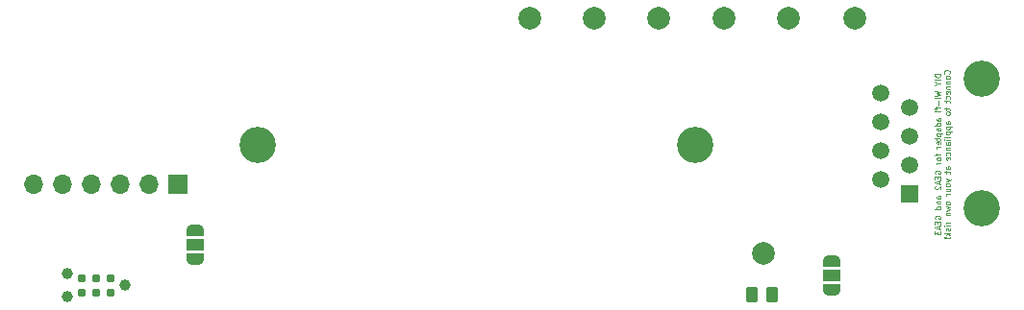
<source format=gbr>
%TF.GenerationSoftware,KiCad,Pcbnew,9.0.6*%
%TF.CreationDate,2026-02-07T10:01:58-05:00*%
%TF.ProjectId,OnionStraws,4f6e696f-6e53-4747-9261-77732e6b6963,rev?*%
%TF.SameCoordinates,Original*%
%TF.FileFunction,Soldermask,Bot*%
%TF.FilePolarity,Negative*%
%FSLAX46Y46*%
G04 Gerber Fmt 4.6, Leading zero omitted, Abs format (unit mm)*
G04 Created by KiCad (PCBNEW 9.0.6) date 2026-02-07 10:01:58*
%MOMM*%
%LPD*%
G01*
G04 APERTURE LIST*
G04 Aperture macros list*
%AMRoundRect*
0 Rectangle with rounded corners*
0 $1 Rounding radius*
0 $2 $3 $4 $5 $6 $7 $8 $9 X,Y pos of 4 corners*
0 Add a 4 corners polygon primitive as box body*
4,1,4,$2,$3,$4,$5,$6,$7,$8,$9,$2,$3,0*
0 Add four circle primitives for the rounded corners*
1,1,$1+$1,$2,$3*
1,1,$1+$1,$4,$5*
1,1,$1+$1,$6,$7*
1,1,$1+$1,$8,$9*
0 Add four rect primitives between the rounded corners*
20,1,$1+$1,$2,$3,$4,$5,0*
20,1,$1+$1,$4,$5,$6,$7,0*
20,1,$1+$1,$6,$7,$8,$9,0*
20,1,$1+$1,$8,$9,$2,$3,0*%
%AMFreePoly0*
4,1,23,0.550000,-0.750000,0.000000,-0.750000,0.000000,-0.745722,-0.065263,-0.745722,-0.191342,-0.711940,-0.304381,-0.646677,-0.396677,-0.554381,-0.461940,-0.441342,-0.495722,-0.315263,-0.495722,-0.250000,-0.500000,-0.250000,-0.500000,0.250000,-0.495722,0.250000,-0.495722,0.315263,-0.461940,0.441342,-0.396677,0.554381,-0.304381,0.646677,-0.191342,0.711940,-0.065263,0.745722,0.000000,0.745722,
0.000000,0.750000,0.550000,0.750000,0.550000,-0.750000,0.550000,-0.750000,$1*%
%AMFreePoly1*
4,1,23,0.000000,0.745722,0.065263,0.745722,0.191342,0.711940,0.304381,0.646677,0.396677,0.554381,0.461940,0.441342,0.495722,0.315263,0.495722,0.250000,0.500000,0.250000,0.500000,-0.250000,0.495722,-0.250000,0.495722,-0.315263,0.461940,-0.441342,0.396677,-0.554381,0.304381,-0.646677,0.191342,-0.711940,0.065263,-0.745722,0.000000,-0.745722,0.000000,-0.750000,-0.550000,-0.750000,
-0.550000,0.750000,0.000000,0.750000,0.000000,0.745722,0.000000,0.745722,$1*%
G04 Aperture macros list end*
%ADD10C,0.100000*%
%ADD11C,3.200000*%
%ADD12R,1.500000X1.500000*%
%ADD13C,1.500000*%
%ADD14C,2.000000*%
%ADD15RoundRect,0.250000X-0.262500X-0.450000X0.262500X-0.450000X0.262500X0.450000X-0.262500X0.450000X0*%
%ADD16C,0.990600*%
%ADD17C,0.787400*%
%ADD18FreePoly0,270.000000*%
%ADD19R,1.500000X1.000000*%
%ADD20FreePoly1,270.000000*%
%ADD21R,1.700000X1.700000*%
%ADD22O,1.700000X1.700000*%
G04 APERTURE END LIST*
D10*
X125128637Y-88740478D02*
X124628637Y-88740478D01*
X124628637Y-88740478D02*
X124628637Y-88859526D01*
X124628637Y-88859526D02*
X124652447Y-88930954D01*
X124652447Y-88930954D02*
X124700066Y-88978573D01*
X124700066Y-88978573D02*
X124747685Y-89002383D01*
X124747685Y-89002383D02*
X124842923Y-89026192D01*
X124842923Y-89026192D02*
X124914351Y-89026192D01*
X124914351Y-89026192D02*
X125009589Y-89002383D01*
X125009589Y-89002383D02*
X125057208Y-88978573D01*
X125057208Y-88978573D02*
X125104828Y-88930954D01*
X125104828Y-88930954D02*
X125128637Y-88859526D01*
X125128637Y-88859526D02*
X125128637Y-88740478D01*
X125128637Y-89240478D02*
X124628637Y-89240478D01*
X124890542Y-89573811D02*
X125128637Y-89573811D01*
X124628637Y-89407145D02*
X124890542Y-89573811D01*
X124890542Y-89573811D02*
X124628637Y-89740478D01*
X124628637Y-90240477D02*
X125128637Y-90359525D01*
X125128637Y-90359525D02*
X124771494Y-90454763D01*
X124771494Y-90454763D02*
X125128637Y-90550001D01*
X125128637Y-90550001D02*
X124628637Y-90669049D01*
X125128637Y-90859525D02*
X124795304Y-90859525D01*
X124628637Y-90859525D02*
X124652447Y-90835716D01*
X124652447Y-90835716D02*
X124676256Y-90859525D01*
X124676256Y-90859525D02*
X124652447Y-90883335D01*
X124652447Y-90883335D02*
X124628637Y-90859525D01*
X124628637Y-90859525D02*
X124676256Y-90859525D01*
X124938161Y-91097620D02*
X124938161Y-91478573D01*
X124795304Y-91645240D02*
X124795304Y-91835716D01*
X125128637Y-91716668D02*
X124700066Y-91716668D01*
X124700066Y-91716668D02*
X124652447Y-91740478D01*
X124652447Y-91740478D02*
X124628637Y-91788097D01*
X124628637Y-91788097D02*
X124628637Y-91835716D01*
X125128637Y-92002382D02*
X124795304Y-92002382D01*
X124628637Y-92002382D02*
X124652447Y-91978573D01*
X124652447Y-91978573D02*
X124676256Y-92002382D01*
X124676256Y-92002382D02*
X124652447Y-92026192D01*
X124652447Y-92026192D02*
X124628637Y-92002382D01*
X124628637Y-92002382D02*
X124676256Y-92002382D01*
X125128637Y-92835715D02*
X124866732Y-92835715D01*
X124866732Y-92835715D02*
X124819113Y-92811905D01*
X124819113Y-92811905D02*
X124795304Y-92764286D01*
X124795304Y-92764286D02*
X124795304Y-92669048D01*
X124795304Y-92669048D02*
X124819113Y-92621429D01*
X125104828Y-92835715D02*
X125128637Y-92788096D01*
X125128637Y-92788096D02*
X125128637Y-92669048D01*
X125128637Y-92669048D02*
X125104828Y-92621429D01*
X125104828Y-92621429D02*
X125057208Y-92597620D01*
X125057208Y-92597620D02*
X125009589Y-92597620D01*
X125009589Y-92597620D02*
X124961970Y-92621429D01*
X124961970Y-92621429D02*
X124938161Y-92669048D01*
X124938161Y-92669048D02*
X124938161Y-92788096D01*
X124938161Y-92788096D02*
X124914351Y-92835715D01*
X125128637Y-93288096D02*
X124628637Y-93288096D01*
X125104828Y-93288096D02*
X125128637Y-93240477D01*
X125128637Y-93240477D02*
X125128637Y-93145239D01*
X125128637Y-93145239D02*
X125104828Y-93097620D01*
X125104828Y-93097620D02*
X125081018Y-93073810D01*
X125081018Y-93073810D02*
X125033399Y-93050001D01*
X125033399Y-93050001D02*
X124890542Y-93050001D01*
X124890542Y-93050001D02*
X124842923Y-93073810D01*
X124842923Y-93073810D02*
X124819113Y-93097620D01*
X124819113Y-93097620D02*
X124795304Y-93145239D01*
X124795304Y-93145239D02*
X124795304Y-93240477D01*
X124795304Y-93240477D02*
X124819113Y-93288096D01*
X125128637Y-93740477D02*
X124866732Y-93740477D01*
X124866732Y-93740477D02*
X124819113Y-93716667D01*
X124819113Y-93716667D02*
X124795304Y-93669048D01*
X124795304Y-93669048D02*
X124795304Y-93573810D01*
X124795304Y-93573810D02*
X124819113Y-93526191D01*
X125104828Y-93740477D02*
X125128637Y-93692858D01*
X125128637Y-93692858D02*
X125128637Y-93573810D01*
X125128637Y-93573810D02*
X125104828Y-93526191D01*
X125104828Y-93526191D02*
X125057208Y-93502382D01*
X125057208Y-93502382D02*
X125009589Y-93502382D01*
X125009589Y-93502382D02*
X124961970Y-93526191D01*
X124961970Y-93526191D02*
X124938161Y-93573810D01*
X124938161Y-93573810D02*
X124938161Y-93692858D01*
X124938161Y-93692858D02*
X124914351Y-93740477D01*
X124795304Y-93978572D02*
X125295304Y-93978572D01*
X124819113Y-93978572D02*
X124795304Y-94026191D01*
X124795304Y-94026191D02*
X124795304Y-94121429D01*
X124795304Y-94121429D02*
X124819113Y-94169048D01*
X124819113Y-94169048D02*
X124842923Y-94192858D01*
X124842923Y-94192858D02*
X124890542Y-94216667D01*
X124890542Y-94216667D02*
X125033399Y-94216667D01*
X125033399Y-94216667D02*
X125081018Y-94192858D01*
X125081018Y-94192858D02*
X125104828Y-94169048D01*
X125104828Y-94169048D02*
X125128637Y-94121429D01*
X125128637Y-94121429D02*
X125128637Y-94026191D01*
X125128637Y-94026191D02*
X125104828Y-93978572D01*
X124795304Y-94359525D02*
X124795304Y-94550001D01*
X124628637Y-94430953D02*
X125057208Y-94430953D01*
X125057208Y-94430953D02*
X125104828Y-94454763D01*
X125104828Y-94454763D02*
X125128637Y-94502382D01*
X125128637Y-94502382D02*
X125128637Y-94550001D01*
X125104828Y-94907143D02*
X125128637Y-94859524D01*
X125128637Y-94859524D02*
X125128637Y-94764286D01*
X125128637Y-94764286D02*
X125104828Y-94716667D01*
X125104828Y-94716667D02*
X125057208Y-94692858D01*
X125057208Y-94692858D02*
X124866732Y-94692858D01*
X124866732Y-94692858D02*
X124819113Y-94716667D01*
X124819113Y-94716667D02*
X124795304Y-94764286D01*
X124795304Y-94764286D02*
X124795304Y-94859524D01*
X124795304Y-94859524D02*
X124819113Y-94907143D01*
X124819113Y-94907143D02*
X124866732Y-94930953D01*
X124866732Y-94930953D02*
X124914351Y-94930953D01*
X124914351Y-94930953D02*
X124961970Y-94692858D01*
X125128637Y-95145238D02*
X124795304Y-95145238D01*
X124890542Y-95145238D02*
X124842923Y-95169048D01*
X124842923Y-95169048D02*
X124819113Y-95192857D01*
X124819113Y-95192857D02*
X124795304Y-95240476D01*
X124795304Y-95240476D02*
X124795304Y-95288095D01*
X124795304Y-95764286D02*
X124795304Y-95954762D01*
X125128637Y-95835714D02*
X124700066Y-95835714D01*
X124700066Y-95835714D02*
X124652447Y-95859524D01*
X124652447Y-95859524D02*
X124628637Y-95907143D01*
X124628637Y-95907143D02*
X124628637Y-95954762D01*
X125128637Y-96192857D02*
X125104828Y-96145238D01*
X125104828Y-96145238D02*
X125081018Y-96121428D01*
X125081018Y-96121428D02*
X125033399Y-96097619D01*
X125033399Y-96097619D02*
X124890542Y-96097619D01*
X124890542Y-96097619D02*
X124842923Y-96121428D01*
X124842923Y-96121428D02*
X124819113Y-96145238D01*
X124819113Y-96145238D02*
X124795304Y-96192857D01*
X124795304Y-96192857D02*
X124795304Y-96264285D01*
X124795304Y-96264285D02*
X124819113Y-96311904D01*
X124819113Y-96311904D02*
X124842923Y-96335714D01*
X124842923Y-96335714D02*
X124890542Y-96359523D01*
X124890542Y-96359523D02*
X125033399Y-96359523D01*
X125033399Y-96359523D02*
X125081018Y-96335714D01*
X125081018Y-96335714D02*
X125104828Y-96311904D01*
X125104828Y-96311904D02*
X125128637Y-96264285D01*
X125128637Y-96264285D02*
X125128637Y-96192857D01*
X125128637Y-96573809D02*
X124795304Y-96573809D01*
X124890542Y-96573809D02*
X124842923Y-96597619D01*
X124842923Y-96597619D02*
X124819113Y-96621428D01*
X124819113Y-96621428D02*
X124795304Y-96669047D01*
X124795304Y-96669047D02*
X124795304Y-96716666D01*
X124652447Y-97526190D02*
X124628637Y-97478571D01*
X124628637Y-97478571D02*
X124628637Y-97407142D01*
X124628637Y-97407142D02*
X124652447Y-97335714D01*
X124652447Y-97335714D02*
X124700066Y-97288095D01*
X124700066Y-97288095D02*
X124747685Y-97264285D01*
X124747685Y-97264285D02*
X124842923Y-97240476D01*
X124842923Y-97240476D02*
X124914351Y-97240476D01*
X124914351Y-97240476D02*
X125009589Y-97264285D01*
X125009589Y-97264285D02*
X125057208Y-97288095D01*
X125057208Y-97288095D02*
X125104828Y-97335714D01*
X125104828Y-97335714D02*
X125128637Y-97407142D01*
X125128637Y-97407142D02*
X125128637Y-97454761D01*
X125128637Y-97454761D02*
X125104828Y-97526190D01*
X125104828Y-97526190D02*
X125081018Y-97549999D01*
X125081018Y-97549999D02*
X124914351Y-97549999D01*
X124914351Y-97549999D02*
X124914351Y-97454761D01*
X124866732Y-97764285D02*
X124866732Y-97930952D01*
X125128637Y-98002380D02*
X125128637Y-97764285D01*
X125128637Y-97764285D02*
X124628637Y-97764285D01*
X124628637Y-97764285D02*
X124628637Y-98002380D01*
X124985780Y-98192857D02*
X124985780Y-98430952D01*
X125128637Y-98145238D02*
X124628637Y-98311904D01*
X124628637Y-98311904D02*
X125128637Y-98478571D01*
X124676256Y-98621428D02*
X124652447Y-98645237D01*
X124652447Y-98645237D02*
X124628637Y-98692856D01*
X124628637Y-98692856D02*
X124628637Y-98811904D01*
X124628637Y-98811904D02*
X124652447Y-98859523D01*
X124652447Y-98859523D02*
X124676256Y-98883332D01*
X124676256Y-98883332D02*
X124723875Y-98907142D01*
X124723875Y-98907142D02*
X124771494Y-98907142D01*
X124771494Y-98907142D02*
X124842923Y-98883332D01*
X124842923Y-98883332D02*
X125128637Y-98597618D01*
X125128637Y-98597618D02*
X125128637Y-98907142D01*
X125128637Y-99716665D02*
X124866732Y-99716665D01*
X124866732Y-99716665D02*
X124819113Y-99692855D01*
X124819113Y-99692855D02*
X124795304Y-99645236D01*
X124795304Y-99645236D02*
X124795304Y-99549998D01*
X124795304Y-99549998D02*
X124819113Y-99502379D01*
X125104828Y-99716665D02*
X125128637Y-99669046D01*
X125128637Y-99669046D02*
X125128637Y-99549998D01*
X125128637Y-99549998D02*
X125104828Y-99502379D01*
X125104828Y-99502379D02*
X125057208Y-99478570D01*
X125057208Y-99478570D02*
X125009589Y-99478570D01*
X125009589Y-99478570D02*
X124961970Y-99502379D01*
X124961970Y-99502379D02*
X124938161Y-99549998D01*
X124938161Y-99549998D02*
X124938161Y-99669046D01*
X124938161Y-99669046D02*
X124914351Y-99716665D01*
X124795304Y-99954760D02*
X125128637Y-99954760D01*
X124842923Y-99954760D02*
X124819113Y-99978570D01*
X124819113Y-99978570D02*
X124795304Y-100026189D01*
X124795304Y-100026189D02*
X124795304Y-100097617D01*
X124795304Y-100097617D02*
X124819113Y-100145236D01*
X124819113Y-100145236D02*
X124866732Y-100169046D01*
X124866732Y-100169046D02*
X125128637Y-100169046D01*
X125128637Y-100621427D02*
X124628637Y-100621427D01*
X125104828Y-100621427D02*
X125128637Y-100573808D01*
X125128637Y-100573808D02*
X125128637Y-100478570D01*
X125128637Y-100478570D02*
X125104828Y-100430951D01*
X125104828Y-100430951D02*
X125081018Y-100407141D01*
X125081018Y-100407141D02*
X125033399Y-100383332D01*
X125033399Y-100383332D02*
X124890542Y-100383332D01*
X124890542Y-100383332D02*
X124842923Y-100407141D01*
X124842923Y-100407141D02*
X124819113Y-100430951D01*
X124819113Y-100430951D02*
X124795304Y-100478570D01*
X124795304Y-100478570D02*
X124795304Y-100573808D01*
X124795304Y-100573808D02*
X124819113Y-100621427D01*
X124652447Y-101502379D02*
X124628637Y-101454760D01*
X124628637Y-101454760D02*
X124628637Y-101383331D01*
X124628637Y-101383331D02*
X124652447Y-101311903D01*
X124652447Y-101311903D02*
X124700066Y-101264284D01*
X124700066Y-101264284D02*
X124747685Y-101240474D01*
X124747685Y-101240474D02*
X124842923Y-101216665D01*
X124842923Y-101216665D02*
X124914351Y-101216665D01*
X124914351Y-101216665D02*
X125009589Y-101240474D01*
X125009589Y-101240474D02*
X125057208Y-101264284D01*
X125057208Y-101264284D02*
X125104828Y-101311903D01*
X125104828Y-101311903D02*
X125128637Y-101383331D01*
X125128637Y-101383331D02*
X125128637Y-101430950D01*
X125128637Y-101430950D02*
X125104828Y-101502379D01*
X125104828Y-101502379D02*
X125081018Y-101526188D01*
X125081018Y-101526188D02*
X124914351Y-101526188D01*
X124914351Y-101526188D02*
X124914351Y-101430950D01*
X124866732Y-101740474D02*
X124866732Y-101907141D01*
X125128637Y-101978569D02*
X125128637Y-101740474D01*
X125128637Y-101740474D02*
X124628637Y-101740474D01*
X124628637Y-101740474D02*
X124628637Y-101978569D01*
X124985780Y-102169046D02*
X124985780Y-102407141D01*
X125128637Y-102121427D02*
X124628637Y-102288093D01*
X124628637Y-102288093D02*
X125128637Y-102454760D01*
X124628637Y-102573807D02*
X124628637Y-102883331D01*
X124628637Y-102883331D02*
X124819113Y-102716664D01*
X124819113Y-102716664D02*
X124819113Y-102788093D01*
X124819113Y-102788093D02*
X124842923Y-102835712D01*
X124842923Y-102835712D02*
X124866732Y-102859521D01*
X124866732Y-102859521D02*
X124914351Y-102883331D01*
X124914351Y-102883331D02*
X125033399Y-102883331D01*
X125033399Y-102883331D02*
X125081018Y-102859521D01*
X125081018Y-102859521D02*
X125104828Y-102835712D01*
X125104828Y-102835712D02*
X125128637Y-102788093D01*
X125128637Y-102788093D02*
X125128637Y-102645236D01*
X125128637Y-102645236D02*
X125104828Y-102597617D01*
X125104828Y-102597617D02*
X125081018Y-102573807D01*
X125885990Y-88704763D02*
X125909800Y-88680954D01*
X125909800Y-88680954D02*
X125933609Y-88609525D01*
X125933609Y-88609525D02*
X125933609Y-88561906D01*
X125933609Y-88561906D02*
X125909800Y-88490478D01*
X125909800Y-88490478D02*
X125862180Y-88442859D01*
X125862180Y-88442859D02*
X125814561Y-88419049D01*
X125814561Y-88419049D02*
X125719323Y-88395240D01*
X125719323Y-88395240D02*
X125647895Y-88395240D01*
X125647895Y-88395240D02*
X125552657Y-88419049D01*
X125552657Y-88419049D02*
X125505038Y-88442859D01*
X125505038Y-88442859D02*
X125457419Y-88490478D01*
X125457419Y-88490478D02*
X125433609Y-88561906D01*
X125433609Y-88561906D02*
X125433609Y-88609525D01*
X125433609Y-88609525D02*
X125457419Y-88680954D01*
X125457419Y-88680954D02*
X125481228Y-88704763D01*
X125933609Y-88990478D02*
X125909800Y-88942859D01*
X125909800Y-88942859D02*
X125885990Y-88919049D01*
X125885990Y-88919049D02*
X125838371Y-88895240D01*
X125838371Y-88895240D02*
X125695514Y-88895240D01*
X125695514Y-88895240D02*
X125647895Y-88919049D01*
X125647895Y-88919049D02*
X125624085Y-88942859D01*
X125624085Y-88942859D02*
X125600276Y-88990478D01*
X125600276Y-88990478D02*
X125600276Y-89061906D01*
X125600276Y-89061906D02*
X125624085Y-89109525D01*
X125624085Y-89109525D02*
X125647895Y-89133335D01*
X125647895Y-89133335D02*
X125695514Y-89157144D01*
X125695514Y-89157144D02*
X125838371Y-89157144D01*
X125838371Y-89157144D02*
X125885990Y-89133335D01*
X125885990Y-89133335D02*
X125909800Y-89109525D01*
X125909800Y-89109525D02*
X125933609Y-89061906D01*
X125933609Y-89061906D02*
X125933609Y-88990478D01*
X125600276Y-89371430D02*
X125933609Y-89371430D01*
X125647895Y-89371430D02*
X125624085Y-89395240D01*
X125624085Y-89395240D02*
X125600276Y-89442859D01*
X125600276Y-89442859D02*
X125600276Y-89514287D01*
X125600276Y-89514287D02*
X125624085Y-89561906D01*
X125624085Y-89561906D02*
X125671704Y-89585716D01*
X125671704Y-89585716D02*
X125933609Y-89585716D01*
X125600276Y-89823811D02*
X125933609Y-89823811D01*
X125647895Y-89823811D02*
X125624085Y-89847621D01*
X125624085Y-89847621D02*
X125600276Y-89895240D01*
X125600276Y-89895240D02*
X125600276Y-89966668D01*
X125600276Y-89966668D02*
X125624085Y-90014287D01*
X125624085Y-90014287D02*
X125671704Y-90038097D01*
X125671704Y-90038097D02*
X125933609Y-90038097D01*
X125909800Y-90466668D02*
X125933609Y-90419049D01*
X125933609Y-90419049D02*
X125933609Y-90323811D01*
X125933609Y-90323811D02*
X125909800Y-90276192D01*
X125909800Y-90276192D02*
X125862180Y-90252383D01*
X125862180Y-90252383D02*
X125671704Y-90252383D01*
X125671704Y-90252383D02*
X125624085Y-90276192D01*
X125624085Y-90276192D02*
X125600276Y-90323811D01*
X125600276Y-90323811D02*
X125600276Y-90419049D01*
X125600276Y-90419049D02*
X125624085Y-90466668D01*
X125624085Y-90466668D02*
X125671704Y-90490478D01*
X125671704Y-90490478D02*
X125719323Y-90490478D01*
X125719323Y-90490478D02*
X125766942Y-90252383D01*
X125909800Y-90919049D02*
X125933609Y-90871430D01*
X125933609Y-90871430D02*
X125933609Y-90776192D01*
X125933609Y-90776192D02*
X125909800Y-90728573D01*
X125909800Y-90728573D02*
X125885990Y-90704763D01*
X125885990Y-90704763D02*
X125838371Y-90680954D01*
X125838371Y-90680954D02*
X125695514Y-90680954D01*
X125695514Y-90680954D02*
X125647895Y-90704763D01*
X125647895Y-90704763D02*
X125624085Y-90728573D01*
X125624085Y-90728573D02*
X125600276Y-90776192D01*
X125600276Y-90776192D02*
X125600276Y-90871430D01*
X125600276Y-90871430D02*
X125624085Y-90919049D01*
X125600276Y-91061906D02*
X125600276Y-91252382D01*
X125433609Y-91133334D02*
X125862180Y-91133334D01*
X125862180Y-91133334D02*
X125909800Y-91157144D01*
X125909800Y-91157144D02*
X125933609Y-91204763D01*
X125933609Y-91204763D02*
X125933609Y-91252382D01*
X125600276Y-91728572D02*
X125600276Y-91919048D01*
X125433609Y-91800000D02*
X125862180Y-91800000D01*
X125862180Y-91800000D02*
X125909800Y-91823810D01*
X125909800Y-91823810D02*
X125933609Y-91871429D01*
X125933609Y-91871429D02*
X125933609Y-91919048D01*
X125933609Y-92157143D02*
X125909800Y-92109524D01*
X125909800Y-92109524D02*
X125885990Y-92085714D01*
X125885990Y-92085714D02*
X125838371Y-92061905D01*
X125838371Y-92061905D02*
X125695514Y-92061905D01*
X125695514Y-92061905D02*
X125647895Y-92085714D01*
X125647895Y-92085714D02*
X125624085Y-92109524D01*
X125624085Y-92109524D02*
X125600276Y-92157143D01*
X125600276Y-92157143D02*
X125600276Y-92228571D01*
X125600276Y-92228571D02*
X125624085Y-92276190D01*
X125624085Y-92276190D02*
X125647895Y-92300000D01*
X125647895Y-92300000D02*
X125695514Y-92323809D01*
X125695514Y-92323809D02*
X125838371Y-92323809D01*
X125838371Y-92323809D02*
X125885990Y-92300000D01*
X125885990Y-92300000D02*
X125909800Y-92276190D01*
X125909800Y-92276190D02*
X125933609Y-92228571D01*
X125933609Y-92228571D02*
X125933609Y-92157143D01*
X125933609Y-93133333D02*
X125671704Y-93133333D01*
X125671704Y-93133333D02*
X125624085Y-93109523D01*
X125624085Y-93109523D02*
X125600276Y-93061904D01*
X125600276Y-93061904D02*
X125600276Y-92966666D01*
X125600276Y-92966666D02*
X125624085Y-92919047D01*
X125909800Y-93133333D02*
X125933609Y-93085714D01*
X125933609Y-93085714D02*
X125933609Y-92966666D01*
X125933609Y-92966666D02*
X125909800Y-92919047D01*
X125909800Y-92919047D02*
X125862180Y-92895238D01*
X125862180Y-92895238D02*
X125814561Y-92895238D01*
X125814561Y-92895238D02*
X125766942Y-92919047D01*
X125766942Y-92919047D02*
X125743133Y-92966666D01*
X125743133Y-92966666D02*
X125743133Y-93085714D01*
X125743133Y-93085714D02*
X125719323Y-93133333D01*
X125600276Y-93371428D02*
X126100276Y-93371428D01*
X125624085Y-93371428D02*
X125600276Y-93419047D01*
X125600276Y-93419047D02*
X125600276Y-93514285D01*
X125600276Y-93514285D02*
X125624085Y-93561904D01*
X125624085Y-93561904D02*
X125647895Y-93585714D01*
X125647895Y-93585714D02*
X125695514Y-93609523D01*
X125695514Y-93609523D02*
X125838371Y-93609523D01*
X125838371Y-93609523D02*
X125885990Y-93585714D01*
X125885990Y-93585714D02*
X125909800Y-93561904D01*
X125909800Y-93561904D02*
X125933609Y-93514285D01*
X125933609Y-93514285D02*
X125933609Y-93419047D01*
X125933609Y-93419047D02*
X125909800Y-93371428D01*
X125600276Y-93823809D02*
X126100276Y-93823809D01*
X125624085Y-93823809D02*
X125600276Y-93871428D01*
X125600276Y-93871428D02*
X125600276Y-93966666D01*
X125600276Y-93966666D02*
X125624085Y-94014285D01*
X125624085Y-94014285D02*
X125647895Y-94038095D01*
X125647895Y-94038095D02*
X125695514Y-94061904D01*
X125695514Y-94061904D02*
X125838371Y-94061904D01*
X125838371Y-94061904D02*
X125885990Y-94038095D01*
X125885990Y-94038095D02*
X125909800Y-94014285D01*
X125909800Y-94014285D02*
X125933609Y-93966666D01*
X125933609Y-93966666D02*
X125933609Y-93871428D01*
X125933609Y-93871428D02*
X125909800Y-93823809D01*
X125933609Y-94347619D02*
X125909800Y-94300000D01*
X125909800Y-94300000D02*
X125862180Y-94276190D01*
X125862180Y-94276190D02*
X125433609Y-94276190D01*
X125933609Y-94538095D02*
X125600276Y-94538095D01*
X125433609Y-94538095D02*
X125457419Y-94514286D01*
X125457419Y-94514286D02*
X125481228Y-94538095D01*
X125481228Y-94538095D02*
X125457419Y-94561905D01*
X125457419Y-94561905D02*
X125433609Y-94538095D01*
X125433609Y-94538095D02*
X125481228Y-94538095D01*
X125933609Y-94990476D02*
X125671704Y-94990476D01*
X125671704Y-94990476D02*
X125624085Y-94966666D01*
X125624085Y-94966666D02*
X125600276Y-94919047D01*
X125600276Y-94919047D02*
X125600276Y-94823809D01*
X125600276Y-94823809D02*
X125624085Y-94776190D01*
X125909800Y-94990476D02*
X125933609Y-94942857D01*
X125933609Y-94942857D02*
X125933609Y-94823809D01*
X125933609Y-94823809D02*
X125909800Y-94776190D01*
X125909800Y-94776190D02*
X125862180Y-94752381D01*
X125862180Y-94752381D02*
X125814561Y-94752381D01*
X125814561Y-94752381D02*
X125766942Y-94776190D01*
X125766942Y-94776190D02*
X125743133Y-94823809D01*
X125743133Y-94823809D02*
X125743133Y-94942857D01*
X125743133Y-94942857D02*
X125719323Y-94990476D01*
X125600276Y-95228571D02*
X125933609Y-95228571D01*
X125647895Y-95228571D02*
X125624085Y-95252381D01*
X125624085Y-95252381D02*
X125600276Y-95300000D01*
X125600276Y-95300000D02*
X125600276Y-95371428D01*
X125600276Y-95371428D02*
X125624085Y-95419047D01*
X125624085Y-95419047D02*
X125671704Y-95442857D01*
X125671704Y-95442857D02*
X125933609Y-95442857D01*
X125909800Y-95895238D02*
X125933609Y-95847619D01*
X125933609Y-95847619D02*
X125933609Y-95752381D01*
X125933609Y-95752381D02*
X125909800Y-95704762D01*
X125909800Y-95704762D02*
X125885990Y-95680952D01*
X125885990Y-95680952D02*
X125838371Y-95657143D01*
X125838371Y-95657143D02*
X125695514Y-95657143D01*
X125695514Y-95657143D02*
X125647895Y-95680952D01*
X125647895Y-95680952D02*
X125624085Y-95704762D01*
X125624085Y-95704762D02*
X125600276Y-95752381D01*
X125600276Y-95752381D02*
X125600276Y-95847619D01*
X125600276Y-95847619D02*
X125624085Y-95895238D01*
X125909800Y-96299999D02*
X125933609Y-96252380D01*
X125933609Y-96252380D02*
X125933609Y-96157142D01*
X125933609Y-96157142D02*
X125909800Y-96109523D01*
X125909800Y-96109523D02*
X125862180Y-96085714D01*
X125862180Y-96085714D02*
X125671704Y-96085714D01*
X125671704Y-96085714D02*
X125624085Y-96109523D01*
X125624085Y-96109523D02*
X125600276Y-96157142D01*
X125600276Y-96157142D02*
X125600276Y-96252380D01*
X125600276Y-96252380D02*
X125624085Y-96299999D01*
X125624085Y-96299999D02*
X125671704Y-96323809D01*
X125671704Y-96323809D02*
X125719323Y-96323809D01*
X125719323Y-96323809D02*
X125766942Y-96085714D01*
X125933609Y-97133332D02*
X125671704Y-97133332D01*
X125671704Y-97133332D02*
X125624085Y-97109522D01*
X125624085Y-97109522D02*
X125600276Y-97061903D01*
X125600276Y-97061903D02*
X125600276Y-96966665D01*
X125600276Y-96966665D02*
X125624085Y-96919046D01*
X125909800Y-97133332D02*
X125933609Y-97085713D01*
X125933609Y-97085713D02*
X125933609Y-96966665D01*
X125933609Y-96966665D02*
X125909800Y-96919046D01*
X125909800Y-96919046D02*
X125862180Y-96895237D01*
X125862180Y-96895237D02*
X125814561Y-96895237D01*
X125814561Y-96895237D02*
X125766942Y-96919046D01*
X125766942Y-96919046D02*
X125743133Y-96966665D01*
X125743133Y-96966665D02*
X125743133Y-97085713D01*
X125743133Y-97085713D02*
X125719323Y-97133332D01*
X125600276Y-97299999D02*
X125600276Y-97490475D01*
X125433609Y-97371427D02*
X125862180Y-97371427D01*
X125862180Y-97371427D02*
X125909800Y-97395237D01*
X125909800Y-97395237D02*
X125933609Y-97442856D01*
X125933609Y-97442856D02*
X125933609Y-97490475D01*
X125600276Y-97990474D02*
X125933609Y-98109522D01*
X125600276Y-98228569D02*
X125933609Y-98109522D01*
X125933609Y-98109522D02*
X126052657Y-98061903D01*
X126052657Y-98061903D02*
X126076466Y-98038093D01*
X126076466Y-98038093D02*
X126100276Y-97990474D01*
X125933609Y-98490474D02*
X125909800Y-98442855D01*
X125909800Y-98442855D02*
X125885990Y-98419045D01*
X125885990Y-98419045D02*
X125838371Y-98395236D01*
X125838371Y-98395236D02*
X125695514Y-98395236D01*
X125695514Y-98395236D02*
X125647895Y-98419045D01*
X125647895Y-98419045D02*
X125624085Y-98442855D01*
X125624085Y-98442855D02*
X125600276Y-98490474D01*
X125600276Y-98490474D02*
X125600276Y-98561902D01*
X125600276Y-98561902D02*
X125624085Y-98609521D01*
X125624085Y-98609521D02*
X125647895Y-98633331D01*
X125647895Y-98633331D02*
X125695514Y-98657140D01*
X125695514Y-98657140D02*
X125838371Y-98657140D01*
X125838371Y-98657140D02*
X125885990Y-98633331D01*
X125885990Y-98633331D02*
X125909800Y-98609521D01*
X125909800Y-98609521D02*
X125933609Y-98561902D01*
X125933609Y-98561902D02*
X125933609Y-98490474D01*
X125600276Y-99085712D02*
X125933609Y-99085712D01*
X125600276Y-98871426D02*
X125862180Y-98871426D01*
X125862180Y-98871426D02*
X125909800Y-98895236D01*
X125909800Y-98895236D02*
X125933609Y-98942855D01*
X125933609Y-98942855D02*
X125933609Y-99014283D01*
X125933609Y-99014283D02*
X125909800Y-99061902D01*
X125909800Y-99061902D02*
X125885990Y-99085712D01*
X125933609Y-99323807D02*
X125600276Y-99323807D01*
X125695514Y-99323807D02*
X125647895Y-99347617D01*
X125647895Y-99347617D02*
X125624085Y-99371426D01*
X125624085Y-99371426D02*
X125600276Y-99419045D01*
X125600276Y-99419045D02*
X125600276Y-99466664D01*
X125933609Y-100085712D02*
X125909800Y-100038093D01*
X125909800Y-100038093D02*
X125885990Y-100014283D01*
X125885990Y-100014283D02*
X125838371Y-99990474D01*
X125838371Y-99990474D02*
X125695514Y-99990474D01*
X125695514Y-99990474D02*
X125647895Y-100014283D01*
X125647895Y-100014283D02*
X125624085Y-100038093D01*
X125624085Y-100038093D02*
X125600276Y-100085712D01*
X125600276Y-100085712D02*
X125600276Y-100157140D01*
X125600276Y-100157140D02*
X125624085Y-100204759D01*
X125624085Y-100204759D02*
X125647895Y-100228569D01*
X125647895Y-100228569D02*
X125695514Y-100252378D01*
X125695514Y-100252378D02*
X125838371Y-100252378D01*
X125838371Y-100252378D02*
X125885990Y-100228569D01*
X125885990Y-100228569D02*
X125909800Y-100204759D01*
X125909800Y-100204759D02*
X125933609Y-100157140D01*
X125933609Y-100157140D02*
X125933609Y-100085712D01*
X125600276Y-100419045D02*
X125933609Y-100514283D01*
X125933609Y-100514283D02*
X125695514Y-100609521D01*
X125695514Y-100609521D02*
X125933609Y-100704759D01*
X125933609Y-100704759D02*
X125600276Y-100799997D01*
X125600276Y-100990474D02*
X125933609Y-100990474D01*
X125647895Y-100990474D02*
X125624085Y-101014284D01*
X125624085Y-101014284D02*
X125600276Y-101061903D01*
X125600276Y-101061903D02*
X125600276Y-101133331D01*
X125600276Y-101133331D02*
X125624085Y-101180950D01*
X125624085Y-101180950D02*
X125671704Y-101204760D01*
X125671704Y-101204760D02*
X125933609Y-101204760D01*
X125933609Y-101823807D02*
X125600276Y-101823807D01*
X125695514Y-101823807D02*
X125647895Y-101847617D01*
X125647895Y-101847617D02*
X125624085Y-101871426D01*
X125624085Y-101871426D02*
X125600276Y-101919045D01*
X125600276Y-101919045D02*
X125600276Y-101966664D01*
X125933609Y-102133331D02*
X125600276Y-102133331D01*
X125433609Y-102133331D02*
X125457419Y-102109522D01*
X125457419Y-102109522D02*
X125481228Y-102133331D01*
X125481228Y-102133331D02*
X125457419Y-102157141D01*
X125457419Y-102157141D02*
X125433609Y-102133331D01*
X125433609Y-102133331D02*
X125481228Y-102133331D01*
X125909800Y-102347617D02*
X125933609Y-102395236D01*
X125933609Y-102395236D02*
X125933609Y-102490474D01*
X125933609Y-102490474D02*
X125909800Y-102538093D01*
X125909800Y-102538093D02*
X125862180Y-102561902D01*
X125862180Y-102561902D02*
X125838371Y-102561902D01*
X125838371Y-102561902D02*
X125790752Y-102538093D01*
X125790752Y-102538093D02*
X125766942Y-102490474D01*
X125766942Y-102490474D02*
X125766942Y-102419045D01*
X125766942Y-102419045D02*
X125743133Y-102371426D01*
X125743133Y-102371426D02*
X125695514Y-102347617D01*
X125695514Y-102347617D02*
X125671704Y-102347617D01*
X125671704Y-102347617D02*
X125624085Y-102371426D01*
X125624085Y-102371426D02*
X125600276Y-102419045D01*
X125600276Y-102419045D02*
X125600276Y-102490474D01*
X125600276Y-102490474D02*
X125624085Y-102538093D01*
X125933609Y-102776188D02*
X125433609Y-102776188D01*
X125743133Y-102823807D02*
X125933609Y-102966664D01*
X125600276Y-102966664D02*
X125790752Y-102776188D01*
X125885990Y-103180950D02*
X125909800Y-103204760D01*
X125909800Y-103204760D02*
X125933609Y-103180950D01*
X125933609Y-103180950D02*
X125909800Y-103157141D01*
X125909800Y-103157141D02*
X125885990Y-103180950D01*
X125885990Y-103180950D02*
X125933609Y-103180950D01*
X125743133Y-103180950D02*
X125457419Y-103157141D01*
X125457419Y-103157141D02*
X125433609Y-103180950D01*
X125433609Y-103180950D02*
X125457419Y-103204760D01*
X125457419Y-103204760D02*
X125743133Y-103180950D01*
X125743133Y-103180950D02*
X125433609Y-103180950D01*
D11*
%TO.C,H1*%
X65000000Y-95000000D03*
%TD*%
%TO.C,J1*%
X128775000Y-100552500D03*
X128775000Y-89122500D03*
D12*
X122425000Y-99282500D03*
D13*
X119885000Y-98012500D03*
X122425000Y-96742500D03*
X119885000Y-95472500D03*
X122425000Y-94202500D03*
X119885000Y-92932500D03*
X122425000Y-91662500D03*
X119885000Y-90392500D03*
%TD*%
D11*
%TO.C,H2*%
X103525000Y-95000000D03*
%TD*%
D14*
%TO.C,TP1*%
X88925000Y-83800000D03*
%TD*%
%TO.C,TP4*%
X100325000Y-83800000D03*
%TD*%
D15*
%TO.C,R8*%
X108500000Y-108200000D03*
X110325000Y-108200000D03*
%TD*%
D16*
%TO.C,J3*%
X53270000Y-107365000D03*
X48190000Y-108381000D03*
X48190000Y-106349000D03*
D17*
X52000000Y-108000000D03*
X52000000Y-106730000D03*
X50730000Y-108000000D03*
X50730000Y-106730000D03*
X49460000Y-108000000D03*
X49460000Y-106730000D03*
%TD*%
D18*
%TO.C,JP2*%
X115525000Y-105200000D03*
D19*
X115525000Y-106500000D03*
D20*
X115525000Y-107800000D03*
%TD*%
D14*
%TO.C,TP7*%
X117600000Y-83800000D03*
%TD*%
%TO.C,TP5*%
X106025000Y-83800000D03*
%TD*%
%TO.C,TP2*%
X94625000Y-83800000D03*
%TD*%
%TO.C,TP6*%
X111725000Y-83800000D03*
%TD*%
%TO.C,TP3*%
X109525000Y-104600000D03*
%TD*%
D18*
%TO.C,JP1*%
X59500000Y-102500000D03*
D19*
X59500000Y-103800000D03*
D20*
X59500000Y-105100000D03*
%TD*%
D21*
%TO.C,J2*%
X58000000Y-98500000D03*
D22*
X55460000Y-98500000D03*
X52920000Y-98500000D03*
X50380000Y-98500000D03*
X47840000Y-98500000D03*
X45300000Y-98500000D03*
%TD*%
M02*

</source>
